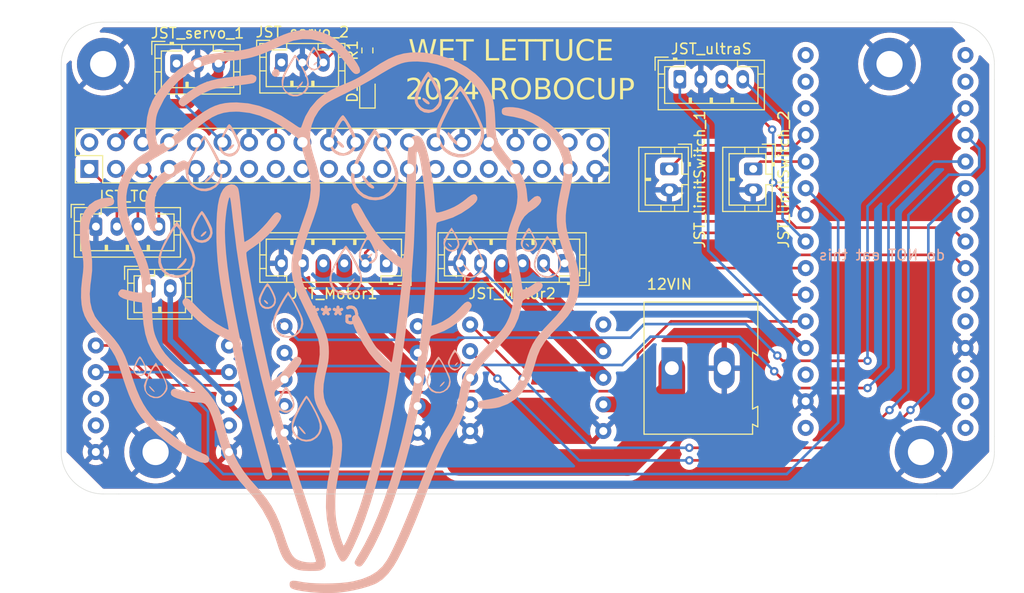
<source format=kicad_pcb>
(kicad_pcb (version 20221018) (generator pcbnew)
  (layers (0 "F.Cu" signal) (1 "In1.Cu" power) (2 "In2.Cu" power) (31 "B.Cu" signal) (34 "B.Paste" user) (35 "F.Paste" user) (36 "B.SilkS" user "B.Silkscreen") (37 "F.SilkS" user "F.Silkscreen") (38 "B.Mask" user) (39 "F.Mask" user) (44 "Edge.Cuts" user))
  (net 0 "")
  (net 1 "Net-(12VIN1-Pin_1)")
  (net 2 "Net-(J4-Pin_1)")
  (net 3 "Net-(J4-Pin_2)")
  (net 4 "Net-(J4-Pin_3)")
  (net 5 "Net-(J4-Pin_5)")
  (net 10 "Net-(J4-Pin_12)")
  (net 12 "Net-(J4-Pin_16)")
  (net 35 "Net-(JST_limitSwitch_3-Pin_1)")
  (net 36 "Net-(JST_limitSwitch_4-Pin_1)")
  (net 37 "Net-(JST_microMotor2-Pin_1)")
  (net 38 "Net-(JST_microMotor2-Pin_2)")
  (net 39 "Net-(JST_ultraS2-Pin_3)")
  (net 40 "Net-(JST_ultraS2-Pin_4)")
  (net 42 "Net-(U1-D7)")
  (net 43 "Net-(U1-D8)")
  (net 44 "Net-(U1-~D9)")
  (net 45 "Net-(U1-~D10)")
  (net 46 "Net-(U1-A2{slash}D16~)")
  (net 62 "Net-(U1-A7{slash}D21)")
  (net 67 "+5V")
  (net 68 "Net-(JST_Motor1-Pin_1)")
  (net 69 "Net-(JST_Motor1-Pin_2)")
  (net 70 "Net-(JST_Motor1-Pin_3)")
  (net 71 "Net-(JST_Motor1-Pin_4)")
  (net 72 "Net-(JST_Motor2-Pin_1)")
  (net 73 "Net-(JST_Motor2-Pin_2)")
  (net 74 "Net-(JST_Motor2-Pin_3)")
  (net 75 "Net-(JST_Motor2-Pin_4)")
  (net 76 "Net-(D1-A)")
  (net 77 "GND")
  (footprint "Library:MAX14870" (layer "F.Cu") (at 43.65 48.84)
    (fp_text reference "U4" hide)
    (fp_text value "~")
    (pad "1" thru_hole circle (at -6.35 5) (size 1.524 1.524) (drill 0.762) (layers "*.Cu" "*.Mask") (net 62 "Net-(U1-A7{slash}D21)"))
    (pad "2" thru_hole circle (at 6.35 5) (size 1.524 1.524) (drill 0.762) (layers "*.Cu" "*.Mask"))
    (pad "3" thru_hole circle (at -6.35 7.54) (size 1.524 1.524) (drill 0.762) (layers "*.Cu" "*.Mask") (net 46 "Net-(U1-A2{slash}D16~)"))
    (pad "4" thru_hole circle (at 6.35 7.54) (size 1.524 1.524) (drill 0.762) (layers "*.Cu" "*.Mask") (net 37 "Net-(JST_microMotor2-Pin_1)"))
    (pad "5" thru_hole circle (at -6.35 10.08) (size 1.524 1.524) (drill 0.762) (layers "*.Cu" "*.Mask"))
    (pad "6" thru_hole circle (at 6.35 10.08) (size 1.524 1.524) (drill 0.762) (layers "*.Cu" "*.Mask") (net 38 "Net-(JST_microMotor2-Pin_2)"))
    (pad "7" thru_hole circle (at -6.35 12.62) (size 1.524 1.524) (drill 0.762) (layers "*.Cu" "*.Mask"))
    (pad "8" thru_hole circle (at 6.35 12.62) (size 1.524 1.524) (drill 0.762) (layers "*.Cu" "*.Mask") (net 1 "Net-(12VIN1-Pin_1)"))
    (pad "9" thru_hole circle (at -6.35 15.16) (size 1.524 1.524) (drill 0.762) (layers "*.Cu" "*.Mask") (net 77 "GND"))
    (pad "10" thru_hole circle (at 6.35 15.16) (size 1.524 1.524) (drill 0.762) (layers "*.Cu" "*.Mask") (net 77 "GND"))
  )
  (footprint "Connector_JST:JST_PH_B2B-PH-K_1x02_P2.00mm_Vertical" (layer "F.Cu") (at 42.4 48.4)
    (fp_text reference "JST_microMotor2" hide)
    (fp_text value "Conn_01x02" hide)
    (pad "1" thru_hole roundrect (at 0 0) (size 1.2 1.75) (drill 0.75) (layers "*.Cu" "*.Mask") (roundrect_rratio 0.2083333333) (net 37 "Net-(JST_microMotor2-Pin_1)"))
    (pad "2" thru_hole oval (at 2 0) (size 1.2 1.75) (drill 0.75) (layers "*.Cu" "*.Mask") (net 38 "Net-(JST_microMotor2-Pin_2)"))
  )
  (footprint "Connector_JST:JST_PH_B2B-PH-K_1x02_P2.00mm_Vertical" (layer "F.Cu") (at 92 37 -90)
    (fp_text reference "JST_limitSwitch_1" (at 1 -2.9 90) (layer "F.SilkS"))
    (fp_text value "Conn_01x02")
    (pad "1" thru_hole roundrect (at 0 0 270) (size 1.2 1.75) (drill 0.75) (layers "*.Cu" "*.Mask") (roundrect_rratio 0.2083333333) (net 36 "Net-(JST_limitSwitch_4-Pin_1)"))
    (pad "2" thru_hole oval (at 2 0 270) (size 1.2 1.75) (drill 0.75) (layers "*.Cu" "*.Mask") (net 77 "GND"))
  )
  (footprint "MountingHole:MountingHole_2.5mm_Pad" (layer "F.Cu") (at 43 64)
    (fp_text reference "REF**" hide)
    (fp_text value "MountingHole_2.5mm_Pad")
    (pad "1" thru_hole circle (at 0 0) (size 5 5) (drill 2.5) (layers "*.Cu" "*.Mask") (net 77 "GND"))
  )
  (footprint "Library:MAX14870" (layer "F.Cu") (at 79.35 46.84)
    (fp_text reference "U3" hide)
    (fp_text value "~" hide)
    (pad "1" thru_hole circle (at -6.35 5) (size 1.524 1.524) (drill 0.762) (layers "*.Cu" "*.Mask") (net 44 "Net-(U1-~D9)"))
    (pad "2" thru_hole circle (at 6.35 5) (size 1.524 1.524) (drill 0.762) (layers "*.Cu" "*.Mask"))
    (pad "3" thru_hole circle (at -6.35 7.54) (size 1.524 1.524) (drill 0.762) (layers "*.Cu" "*.Mask") (net 42 "Net-(U1-D7)"))
    (pad "4" thru_hole circle (at 6.35 7.54) (size 1.524 1.524) (drill 0.762) (layers "*.Cu" "*.Mask") (net 74 "Net-(JST_Motor2-Pin_3)"))
    (pad "5" thru_hole circle (at -6.35 10.08) (size 1.524 1.524) (drill 0.762) (layers "*.Cu" "*.Mask"))
    (pad "6" thru_hole circle (at 6.35 10.08) (size 1.524 1.524) (drill 0.762) (layers "*.Cu" "*.Mask") (net 75 "Net-(JST_Motor2-Pin_4)"))
    (pad "7" thru_hole circle (at -6.35 12.62) (size 1.524 1.524) (drill 0.762) (layers "*.Cu" "*.Mask"))
    (pad "8" thru_hole circle (at 6.35 12.62) (size 1.524 1.524) (drill 0.762) (layers "*.Cu" "*.Mask") (net 1 "Net-(12VIN1-Pin_1)"))
    (pad "9" thru_hole circle (at -6.35 15.16) (size 1.524 1.524) (drill 0.762) (layers "*.Cu" "*.Mask") (net 77 "GND"))
    (pad "10" thru_hole circle (at 6.35 15.16) (size 1.524 1.524) (drill 0.762) (layers "*.Cu" "*.Mask") (net 77 "GND"))
  )
  (footprint "Connector_JST:JST_PH_B4B-PH-K_1x04_P2.00mm_Vertical" (layer "F.Cu") (at 37.31 42.5)
    (fp_text reference "JST_TOF" (at 3 -2.9) (layer "F.SilkS"))
    (fp_text value "Conn_01x04")
    (pad "1" thru_hole roundrect (at 0 0) (size 1.2 1.75) (drill 0.75) (layers "*.Cu" "*.Mask") (roundrect_rratio 0.2083333333) (net 77 "GND"))
    (pad "2" thru_hole oval (at 2 0) (size 1.2 1.75) (drill 0.75) (layers "*.Cu" "*.Mask") (net 2 "Net-(J4-Pin_1)"))
    (pad "3" thru_hole oval (at 4 0) (size 1.2 1.75) (drill 0.75) (layers "*.Cu" "*.Mask") (net 4 "Net-(J4-Pin_3)"))
    (pad "4" thru_hole oval (at 6 0) (size 1.2 1.75) (drill 0.75) (layers "*.Cu" "*.Mask") (net 5 "Net-(J4-Pin_5)"))
  )
  (footprint "MountingHole:MountingHole_2.5mm_Pad" (layer "F.Cu") (at 116 64)
    (fp_text reference "REF**" hide)
    (fp_text value "MountingHole_2.5mm_Pad")
    (pad "1" thru_hole circle (at 0 0) (size 5 5) (drill 2.5) (layers "*.Cu" "*.Mask") (net 77 "GND"))
  )
  (footprint "Connector_JST:JST_PH_B3B-PH-K_1x03_P2.00mm_Vertical" (layer "F.Cu") (at 45 26.95)
    (fp_text reference "JST_servo_1" (at 2 -2.9) (layer "F.SilkS"))
    (fp_text value "~")
    (pad "1" thru_hole roundrect (at 0 0) (size 1.2 1.75) (drill 0.75) (layers "*.Cu" "*.Mask") (roundrect_rratio 0.2083333333) (net 10 "Net-(J4-Pin_12)"))
    (pad "2" thru_hole oval (at 2 0) (size 1.2 1.75) (drill 0.75) (layers "*.Cu" "*.Mask") (net 77 "GND"))
    (pad "3" thru_hole oval (at 4 0) (size 1.2 1.75) (drill 0.75) (layers "*.Cu" "*.Mask") (net 3 "Net-(J4-Pin_2)"))
  )
  (footprint "MountingHole:MountingHole_2.5mm_Pad" (layer "F.Cu") (at 113 27)
    (fp_text reference "REF**" hide)
    (fp_text value "MountingHole_2.5mm_Pad")
    (pad "1" thru_hole circle (at 0 0) (size 5 5) (drill 2.5) (layers "*.Cu" "*.Mask") (net 77 "GND"))
  )
  (footprint "Library:Arduino" (layer "F.Cu") (at 112.62 21.14)
    (fp_text reference "U1" hide)
    (fp_text value "~")
    (pad "1" thru_hole circle (at -7.62 5) (size 1.524 1.524) (drill 0.762) (layers "*.Cu" "*.Mask"))
    (pad "2" thru_hole circle (at 7.62 5) (size 1.524 1.524) (drill 0.762) (layers "*.Cu" "*.Mask"))
    (pad "3" thru_hole circle (at -7.62 7.54) (size 1.524 1.524) (drill 0.762) (layers "*.Cu" "*.Mask"))
    (pad "4" thru_hole circle (at 7.62 7.54) (size 1.524 1.524) (drill 0.762) (layers "*.Cu" "*.Mask"))
    (pad "5" thru_hole circle (at -7.62 10.08) (size 1.524 1.524) (drill 0.762) (layers "*.Cu" "*.Mask"))
    (pad "6" thru_hole circle (at 7.62 10.08) (size 1.524 1.524) (drill 0.762) (layers "*.Cu" "*.Mask") (net 45 "Net-(U1-~D10)"))
    (pad "7" thru_hole circle (at -7.62 12.62) (size 1.524 1.524) (drill 0.762) (layers "*.Cu" "*.Mask") (net 36 "Net-(JST_limitSwitch_4-Pin_1)"))
    (pad "8" thru_hole circle (at 7.62 12.62) (size 1.524 1.524) (drill 0.762) (layers "*.Cu" "*.Mask") (net 44 "Net-(U1-~D9)"))
    (pad "9" thru_hole circle (at -7.62 15.16) (size 1.524 1.524) (drill 0.762) (layers "*.Cu" "*.Mask") (net 35 "Net-(JST_limitSwitch_3-Pin_1)"))
    (pad "10" thru_hole circle (at 7.62 15.16) (size 1.524 1.524) (drill 0.762) (layers "*.Cu" "*.Mask") (net 43 "Net-(U1-D8)"))
    (pad "11" thru_hole circle (at -7.62 17.7) (size 1.524 1.524) (drill 0.762) (layers "*.Cu" "*.Mask") (net 46 "Net-(U1-A2{slash}D16~)"))
    (pad "12" thru_hole circle (at 7.62 17.7) (size 1.524 1.524) (drill 0.762) (layers "*.Cu" "*.Mask") (net 42 "Net-(U1-D7)"))
    (pad "13" thru_hole circle (at -7.62 20.24) (size 1.524 1.524) (drill 0.762) (layers "*.Cu" "*.Mask") (net 39 "Net-(JST_ultraS2-Pin_3)"))
    (pad "14" thru_hole circle (at 7.62 20.24) (size 1.524 1.524) (drill 0.762) (layers "*.Cu" "*.Mask"))
    (pad "15" thru_hole circle (at -7.62 22.78) (size 1.524 1.524) (drill 0.762) (layers "*.Cu" "*.Mask") (net 40 "Net-(JST_ultraS2-Pin_4)"))
    (pad "16" thru_hole circle (at 7.62 22.78) (size 1.524 1.524) (drill 0.762) (layers "*.Cu" "*.Mask") (net 69 "Net-(JST_Motor1-Pin_2)"))
    (pad "17" thru_hole circle (at -7.62 25.32) (size 1.524 1.524) (drill 0.762) (layers "*.Cu" "*.Mask") (net 72 "Net-(JST_Motor2-Pin_1)"))
    (pad "18" thru_hole circle (at 7.62 25.32) (size 1.524 1.524) (drill 0.762) (layers "*.Cu" "*.Mask") (net 68 "Net-(JST_Motor1-Pin_1)"))
    (pad "19" thru_hole circle (at -7.62 27.86) (size 1.524 1.524) (drill 0.762) (layers "*.Cu" "*.Mask") (net 73 "Net-(JST_Motor2-Pin_2)"))
    (pad "20" thru_hole circle (at 7.62 27.86) (size 1.524 1.524) (drill 0.762) (layers "*.Cu" "*.Mask"))
    (pad "21" thru_hole circle (at -7.62 30.4) (size 1.524 1.524) (drill 0.762) (layers "*.Cu" "*.Mask") (net 62 "Net-(U1-A7{slash}D21)"))
    (pad "22" thru_hole circle (at 7.62 30.4) (size 1.524 1.524) (drill 0.762) (layers "*.Cu" "*.Mask"))
    (pad "23" thru_hole circle (at -7.62 32.94) (size 1.524 1.524) (drill 0.762) (layers "*.Cu" "*.Mask") (net 67 "+5V"))
    (pad "24" thru_hole circle (at 7.62 32.94) (size 1.524 1.524) (drill 0.762) (layers "*.Cu" "*.Mask") (net 77 "GND"))
    (pad "25" thru_hole circle (at -7.62 35.48) (size 1.524 1.524) (drill 0.762) (layers "*.Cu" "*.Mask"))
    (pad "26" thru_hole circle (at 7.62 35.48) (size 1.524 1.524) (drill 0.762) (layers "*.Cu" "*.Mask"))
    (pad "27" thru_hole circle (at -7.62 38.02) (size 1.524 1.524) (drill 0.762) (layers "*.Cu" "*.Mask") (net 77 "GND"))
    (pad "28" thru_hole circle (at 7.62 38.02) (size 1.524 1.524) (drill 0.762) (layers "*.Cu" "*.Mask"))
    (pad "29" thru_hole circle (at -7.62 40.56) (size 1.524 1.524) (drill 0.762) (layers "*.Cu" "*.Mask"))
    (pad "30" thru_hole circle (at 7.62 40.56) (size 1.524 1.524) (drill 0.762) (layers "*.Cu" "*.Mask"))
  )
  (footprint "TerminalBlock:TerminalBlock_Altech_AK300-2_P5.00mm" (layer "F.Cu") (at 92.235 56)
    (fp_text reference "12VIN" (at -0.235 -8) (layer "F.SilkS"))
    (fp_text value "Screw_Terminal_01x02")
    (pad "1" thru_hole rect (at 0 0) (size 1.98 3.96) (drill 1.32) (layers "*.Cu" "*.Mask") (net 1 "Net-(12VIN1-Pin_1)"))
    (pad "2" thru_hole oval (at 5 0) (size 1.98 3.96) (drill 1.32) (layers "*.Cu" "*.Mask") (net 77 "GND"))
  )
  (footprint "Resistor_SMD:R_0603_1608Metric" (layer "F.Cu") (at 63.2 25.7 90)
    (fp_text reference "R1" (at 0 -1.43 90) (layer "F.SilkS"))
    (fp_text value "10k")
    (pad "1" smd roundrect (at -0.825 0 90) (size 0.8 0.95) (layers "F.Cu" "F.Paste" "F.Mask") (net 76 "Net-(D1-A)"))
    (pad "2" smd roundrect (at 0.825 0 90) (size 0.8 0.95) (layers "F.Cu" "F.Paste" "F.Mask") (net 3 "Net-(J4-Pin_2)"))
  )
  (footprint "Connector_JST:JST_PH_B3B-PH-K_1x03_P2.00mm_Vertical" (layer "F.Cu") (at 55 26.85)
    (fp_text reference "JST_servo_2" (at 2 -2.9) (layer "F.SilkS"))
    (fp_text value "~" hide)
    (pad "1" thru_hole roundrect (at 0 0) (size 1.2 1.75) (drill 0.75) (layers "*.Cu" "*.Mask") (roundrect_rratio 0.2083333333) (net 12 "Net-(J4-Pin_16)"))
    (pad "2" thru_hole oval (at 2 0) (size 1.2 1.75) (drill 0.75) (layers "*.Cu" "*.Mask") (net 77 "GND"))
    (pad "3" thru_hole oval (at 4 0) (size 1.2 1.75) (drill 0.75) (layers "*.Cu" "*.Mask") (net 3 "Net-(J4-Pin_2)"))
  )
  (footprint "Connector_JST:JST_PH_B6B-PH-K_1x06_P2.00mm_Vertical" (layer "F.Cu") (at 82 46 180)
    (fp_text reference "JST_Motor2" (at 5 -2.9) (layer "F.SilkS"))
    (fp_text value "Conn_01x06")
    (pad "1" thru_hole roundrect (at 0 0 180) (size 1.2 1.75) (drill 0.75) (layers "*.Cu" "*.Mask") (roundrect_rratio 0.2083333333) (net 72 "Net-(JST_Motor2-Pin_1)"))
    (pad "2" thru_hole oval (at 2 0 180) (size 1.2 1.75) (drill 0.75) (layers "*.Cu" "*.Mask") (net 73 "Net-(JST_Motor2-Pin_2)"))
    (pad "3" thru_hole oval (at 4 0 180) (size 1.2 1.75) (drill 0.75) (layers "*.Cu" "*.Mask") (net 74 "Net-(JST_Motor2-Pin_3)"))
    (pad "4" thru_hole oval (at 6 0 180) (size 1.2 1.75) (drill 0.75) (layers "*.Cu" "*.Mask") (net 75 "Net-(JST_Motor2-Pin_4)"))
    (pad "5" thru_hole oval (at 8 0 180) (size 1.2 1.75) (drill 0.75) (layers "*.Cu" "*.Mask") (net 67 "+5V"))
    (pad "6" thru_hole oval (at 10 0 180) (size 1.2 1.75) (drill 0.75) (layers "*.Cu" "*.Mask") (net 77 "GND"))
  )
  (footprint "Connector_PinHeader_2.54mm:PinHeader_2x20_P2.54mm_Vertical" (layer "F.Cu") (at 36.68 37 90)
    (fp_text reference "J4" hide)
    (fp_text value "Conn_02x20_Odd_Even")
    (pad "1" thru_hole rect (at 0 0 90) (size 1.7 1.7) (drill 1) (layers "*.Cu" "*.Mask") (net 2 "Net-(J4-Pin_1)"))
    (pad "2" thru_hole oval (at 2.54 0 90) (size 1.7 1.7) (drill 1) (layers "*.Cu" "*.Mask") (net 3 "Net-(J4-Pin_2)"))
    (pad "3" thru_hole oval (at 0 2.54 90) (size 1.7 1.7) (drill 1) (layers "*.Cu" "*.Mask") (net 4 "Net-(J4-Pin_3)"))
    (pad "4" thru_hole oval (at 2.54 2.54 90) (size 1.7 1.7) (drill 1) (layers "*.Cu" "*.Mask") (net 3 "Net-(J4-Pin_2)"))
    (pad "5" thru_hole oval (at 0 5.08 90) (size 1.7 1.7) (drill 1) (layers "*.Cu" "*.Mask") (net 5 "Net-(J4-Pin_5)"))
    (pad "6" thru_hole oval (at 2.54 5.08 90) (size 1.7 1.7) (drill 1) (layers "*.Cu" "*.Mask") (net 77 "GND"))
    (pad "7" thru_hole oval (at 0 7.62 90) (size 1.7 1.7) (drill 1) (layers "*.Cu" "*.Mask"))
    (pad "8" thru_hole oval (at 2.54 7.62 90) (size 1.7 1.7) (drill 1) (layers "*.Cu" "*.Mask"))
    (pad "9" thru_hole oval (at 0 10.16 90) (size 1.7 1.7) (drill 1) (layers "*.Cu" "*.Mask") (net 77 "GND"))
    (pad "10" thru_hole oval (at 2.54 10.16 90) (size 1.7 1.7) (drill 1) (layers "*.Cu" "*.Mask"))
    (pad "11" thru_hole oval (at 0 12.7 90) (size 1.7 1.7) (drill 1) (layers "*.Cu" "*.Mask"))
    (pad "12" thru_hole oval (at 2.54 12.7 90) (size 1.7 1.7) (drill 1) (layers "*.Cu" "*.Mask") (net 10 "Net-(J4-Pin_12)"))
    (pad "13" thru_hole oval (at 0 15.24 90) (size 1.7 1.7) (drill 1) (layers "*.Cu" "*.Mask"))
    (pad "14" thru_hole oval (at 2.54 15.24 90) (size 1.7 1.7) (drill 1) (layers "*.Cu" "*.Mask") (net 77 "GND"))
    (pad "15" thru_hole oval (at 0 17.78 90) (size 1.7 1.7) (drill 1) (layers "*.Cu" "*.Mask"))
    (pad "16" thru_hole oval (at 2.54 17.78 90) (size 1.7 1.7) (drill 1) (layers "*.Cu" "*.Mask") (net 12 "Net-(J4-Pin_16)"))
    (pad "17" thru_hole oval (at 0 20.32 90) (size 1.7 1.7) (drill 1) (layers "*.Cu" "*.Mask"))
    (pad "18" thru_hole oval (at 2.54 20.32 90) (size 1.7 1.7) (drill 1) (layers "*.Cu" "*.Mask"))
    (pad "19" thru_hole oval (at 0 22.86 90) (size 1.7 1.7) (drill 1) (layers "*.Cu" "*.Mask"))
    (pad "20" thru_hole oval (at 2.54 22.86 90) (size 1.7 1.7) (drill 1) (layers "*.Cu" "*.Mask") (net 77 "GND"))
    (pad "21" thru_hole oval (at 0 25.4 90) (size 1.7 1.7) (drill 1) (layers "*.Cu" "*.Mask"))
    (pad "22" thru_hole oval (at 2.54 25.4 90) (size 1.7 1.7) (drill 1) (layers "*.Cu" "*.Mask"))
    (pad "23" thru_hole oval (at 0 27.94 90) (size 1.7 1.7) (drill 1) (layers "*.Cu" "*.Mask"))
    (pad "24" thru_hole oval (at 2.54 27.94 90) (size 1.7 1.7) (drill 1) (layers "*.Cu" "*.Mask"))
    (pad "25" thru_hole oval (at 0 30.48 90) (size 1.7 1.7) (drill 1) (layers "*.Cu" "*.Mask") (net 77 "GND"))
    (pad "26" thru_hole oval (at 2.54 30.48 90) (size 1.7 1.7) (drill 1) (layers "*.Cu" "*.Mask"))
    (pad "27" thru_hole oval (at 0 33.02 90) (size 1.7 1.7) (drill 1) (layers "*.Cu" "*.Mask"))
    (pad "28" thru_hole oval (at 2.54 33.02 90) (size 1.7 1.7) (drill 1) (layers "*.Cu" "*.Mask"))
    (pad "29" thru_hole oval (at 0 35.56 90) (size 1.7 1.7) (drill 1) (layers "*.Cu" "*.Mask"))
    (pad "30" thru_hole oval (at 2.54 35.56 90) (size 1.7 1.7) (drill 1) (layers "*.Cu" "*.Mask") (net 77 "GND"))
    (pad "31" thru_hole oval (at 0 38.1 90) (size 1.7 1.7) (drill 1) (layers "*.Cu" "*.Mask"))
    (pad "32" thru_hole oval (at 2.54 38.1 90) (size 1.7 1.7) (drill 1) (layers "*.Cu" "*.Mask"))
    (pad "33" thru_hole oval (at 0 40.64 90) (size 1.7 1.7) (drill 1) (layers "*.Cu" "*.Mask"))
    (pad "34" thru_hole oval (at 2.54 40.64 90) (size 1.7 1.7) (drill 1) (layers "*.Cu" "*.Mask") (net 77 "GND"))
    (pad "35" thru_hole oval (at 0 43.18 90) (size 1.7 1.7) (drill 1) (layers "*.Cu" "*.Mask"))
    (pad "36" thru_hole oval (at 2.54 43.18 90) (size 1.7 1.7) (drill 1) (layers "*.Cu" "*.Mask"))
    (pad "37" thru_hole oval (at 0 45.72 90) (size 1.7 1.7) (drill 1) (layers "*.Cu" "*.Mask"))
    (pad "38" thru_hole oval (at 2.54 45.72 90) (size 1.7 1.7) (drill 1) (layers "*.Cu" "*.Mask"))
    (pad "39" thru_hole oval (at 0 48.26 90) (size 1.7 1.7) (drill 1) (layers "*.Cu" "*.Mask") (net 77 "GND"))
    (pad "40" thru_hole oval (at 2.54 48.26 90) (size 1.7 1.7) (drill 1) (layers "*.Cu" "*.Mask"))
  )
  (footprint "Connector_JST:JST_PH_B4B-PH-K_1x04_P2.00mm_Vertical" (layer "F.Cu") (at 93 28.45)
    (fp_text reference "JST_ultraS" (at 3 -2.9) (layer "F.SilkS"))
    (fp_text value "Conn_01x04")
    (pad "1" thru_hole roundrect (at 0 0) (size 1.2 1.75) (drill 0.75) (layers "*.Cu" "*.Mask") (roundrect_rratio 0.2083333333) (net 67 "+5V"))
    (pad "2" thru_hole oval (at 2 0) (size 1.2 1.75) (drill 0.75) (layers "*.Cu" "*.Mask") (net 77 "GND"))
    (pad "3" thru_hole oval (at 4 0) (size 1.2 1.75) (drill 0.75) (layers "*.Cu" "*.Mask") (net 39 "Net-(JST_ultraS2-Pin_3)"))
    (pad "4" thru_hole oval (at 6 0) (size 1.2 1.75) (drill 0.75) (layers "*.Cu" "*.Mask") (net 40 "Net-(JST_ultraS2-Pin_4)"))
  )
  (footprint "MountingHole:MountingHole_2.5mm_Pad" (layer "F.Cu") (at 38 27)
    (fp_text reference "REF**" hide)
    (fp_text value "MountingHole_2.5mm_Pad")
    (pad "1" thru_hole circle (at 0 0) (size 5 5) (drill 2.5) (layers "*.Cu" "*.Mask") (net 77 "GND"))
  )
  (footprint "LED_SMD:LED_0603_1608Metric" (layer "F.Cu") (at 63.2 29.7125 90)
    (fp_text reference "D1" (at 0 -1.43 90) (layer "F.SilkS"))
    (fp_text value "LED")
    (pad "1" smd roundrect (at -0.7875 0 90) (size 0.875 0.95) (layers "F.Cu" "F.Paste" "F.Mask") (net 77 "GND"))
    (pad "2" smd roundrect (at 0.7875 0 90) (size 0.875 0.95) (layers "F.Cu" "F.Paste" "F.Mask") (net 76 "Net-(D1-A)"))
  )
  (footprint "Connector_JST:JST_PH_B6B-PH-K_1x06_P2.00mm_Vertical" (layer "F.Cu") (at 65 46 180)
    (fp_text reference "JST_Motor1" (at 5 -2.9) (layer "F.SilkS"))
    (fp_text value "Conn_01x06")
    (pad "1" thru_hole roundrect (at 0 0 180) (size 1.2 1.75) (drill 0.75) (layers "*.Cu" "*.Mask") (roundrect_rratio 0.2083333333) (net 68 "Net-(JST_Motor1-Pin_1)"))
    (pad "2" thru_hole oval (at 2 0 180) (size 1.2 1.75) (drill 0.75) (layers "*.Cu" "*.Mask") (net 69 "Net-(JST_Motor1-Pin_2)"))
    (pad "3" thru_hole oval (at 4 0 180) (size 1.2 1.75) (drill 0.75) (layers "*.Cu" "*.Mask") (net 70 "Net-(JST_Motor1-Pin_3)"))
    (pad "4" thru_hole oval (at 6 0 180) (size 1.2 1.75) (drill 0.75) (layers "*.Cu" "*.Mask") (net 71 "Net-(JST_Motor1-Pin_4)"))
    (pad "5" thru_hole oval (at 8 0 180) (size 1.2 1.75) (drill 0.75) (layers "*.Cu" "*.Mask") (net 67 "+5V"))
    (pad "6" thru_hole oval (at 10 0 180) (size 1.2 1.75) (drill 0.75) (layers "*.Cu" "*.Mask") (net 77 "GND"))
  )
  (footprint "Connector_JST:JST_PH_B2B-PH-K_1x02_P2.00mm_Vertical" (layer "F.Cu") (at 100 37 -90)
    (fp_text reference "JST_limitSwitch_2" (at 1 -2.9 90) (layer "F.SilkS"))
    (fp_text value "Conn_01x02")
    (pad "1" thru_hole roundrect (at 0 0 270) (size 1.2 1.75) (drill 0.75) (layers "*.Cu" "*.Mask") (roundrect_rratio 0.2083333333) (net 35 "Net-(JST_limitSwitch_3-Pin_1)"))
    (pad "2" thru_hole oval (at 2 0 270) (size 1.2 1.75) (drill 0.75) (layers "*.Cu" "*.Mask") (net 77 "GND"))
  )
  (footprint "Library:MAX14870" (layer "F.Cu") (at 61.65 47)
    (fp_text reference "U2" hide)
    (fp_text value "~" hide)
    (pad "1" thru_hole circle (at -6.35 5) (size 1.524 1.524) (drill 0.762) (layers "*.Cu" "*.Mask") (net 45 "Net-(U1-~D10)"))
    (pad "2" thru_hole circle (at 6.35 5) (size 1.524 1.524) (drill 0.762) (layers "*.Cu" "*.Mask"))
    (pad "3" thru_hole circle (at -6.35 7.54) (size 1.524 1.524) (drill 0.762) (layers "*.Cu" "*.Mask") (net 43 "Net-(U1-D8)"))
    (pad "4" thru_hole circle (at 6.35 7.54) (size 1.524 1.524) (drill 0.762) (layers "*.Cu" "*.Mask") (net 70 "Net-(JST_Motor1-Pin_3)"))
    (pad "5" thru_hole circle (at -6.35 10.08) (size 1.524 1.524) (drill 0.762) (layers "*.Cu" "*.Mask"))
    (pad "6" thru_hole circle (at 6.35 10.08) (size 1.524 1.524) (drill 0.762) (layers "*.Cu" "*.Mask") (net 71 "Net-(JST_Motor1-Pin_4)"))
    (pad "7" thru_hole circle (at -6.35 12.62) (size 1.524 1.524) (drill 0.762) (layers "*.Cu" "*.Mask"))
    (pad "8" thru_hole circle (at 6.35 12.62) (size 1.524 1.524) (drill 0.762) (layers "*.Cu" "*.Mask") (net 1 "Net-(12VIN1-Pin_1)"))
    (pad "9" thru_hole circle (at -6.35 15.16) (size 1.524 1.524) (drill 0.762) (layers "*.Cu" "*.Mask") (net 77 "GND"))
    (pad "10" thru_hole circle (at 6.35 15.16) (size 1.524 1.524) (drill 0.762) (layers "*.Cu" "*.Mask") (net 77 "GND"))
  )
  (footprint "LOGO" (layer "B.Cu") (at 60 51 180)
    (fp_text reference "G***" (at 0 0) (layer "B.SilkS") (effects (font (size 1.5 1.5) (thickness 0.3)) (justify mirror)))
    (fp_text value "LOGO" hide)
  )
  (gr_poly (pts (xy 91.5 58.75) (xy 91.5 57.25) (xy 90 58.75)) (stroke (width 0.2)) (fill solid) (layer "F.Cu"))
  (gr_poly (pts (xy 86.75 60) (xy 87.75 61) (xy 87.75 60)) (stroke (width 0.2)) (fill solid) (layer "F.Cu"))
  (gr_poly (pts (xy 87.75 62.83) (xy 86.75 63.83) (xy 87.75 63.83)) (stroke (width 0.2)) (fill solid) (layer "F.Cu"))
  (gr_poly (pts (xy 87.75 64.5) (xy 87.75 60) (xy 91.75 60) (xy 91.75 60.5)) (stroke (width 0.2)) (fill solid) (layer "F.Cu"))
  (gr_line (start 38 68) (end 39.5 68) (stroke (width 0.05)) (layer "Edge.Cuts"))
  (gr_arc (start 123 64) (mid 121.828427 66.828427) (end 119 68) (stroke (width 0.05)) (layer "Edge.Cuts"))
  (gr_line (start 39.5 23) (end 117.5 23) (stroke (width 0.05)) (layer "Edge.Cuts"))
  (gr_line (start 34 62.5) (end 34 28.5) (stroke (width 0.05)) (layer "Edge.Cuts"))
  (gr_line (start 119 23) (end 117.5 23) (stroke (width 0.05)) (layer "Edge.Cuts"))
  (gr_line (start 119 68) (end 117.5 68) (stroke (width 0.05)) (layer "Edge.Cuts"))
  (gr_arc (start 38 68) (mid 35.171573 66.828427) (end 34 64) (stroke (width 0.05)) (layer "Edge.Cuts"))
  (gr_line (start 123 28.5) (end 123 62.5) (stroke (width 0.05)) (layer "Edge.Cuts"))
  (gr_line (start 34 27) (end 34 28.5) (stroke (width 0.05)) (layer "Edge.Cuts"))
  (gr_arc (start 34 27) (mid 35.171573 24.171573) (end 38 23) (stroke (width 0.05)) (layer "Edge.Cuts"))
  (gr_line (start 38 23) (end 39.5 23) (stroke (width 0.05)) (layer "Edge.Cuts"))
  (gr_line (start 123 28.5) (end 123 27) (stroke (width 0.05)) (layer "Edge.Cuts"))
  (gr_line (start 123 62.5) (end 123 64) (stroke (width 0.05)) (layer "Edge.Cuts"))
  (gr_line (start 34 62.5) (end 34 64) (stroke (width 0.05)) (layer "Edge.Cuts"))
  (gr_line (start 117.5 68) (end 39.5 68) (stroke (width 0.05)) (layer "Edge.Cuts"))
  (gr_arc (start 119 23) (mid 121.828427 24.171573) (end 123 27) (stroke (width 0.05)) (layer "Edge.Cuts"))
  (gr_text "do NOT eat this" (at 118.4 45.8) (layer "B.SilkS") (effects (font (size 1 1)) (justify left bottom mirror)))
  (gr_text "2024 ROBOCUP" (at 66.8 30.7) (layer "F.SilkS") (effects (font (size 2 2)) (justify left bottom)))
  (gr_text "WET LETTUCE" (at 67.1 27) (layer "F.SilkS") (effects (font (size 2 2)) (justify left bottom)))
  (segment (start 85.7 59.46) (end 92.195 59.46) (width 1.4943) (layer "F.Cu") (net 1))
  (segment (start 72 65) (end 55.6 65) (width 0.525491) (layer "F.Cu") (net 1))
  (segment (start 92.235 56) (end 92.235 59.5) (width 2.53929) (layer "F.Cu") (net 1))
  (segment (start 72 65) (end 70.5 63.5) (width 1.4943) (layer "F.Cu") (net 1))
  (segment (start 92.235 59.5) (end 92.235 60.765) (width 2.53929) (layer "F.Cu") (net 1))
  (segment (start 70.5 63.5) (end 70.5 61.75) (width 1.4943) (layer "F.Cu") (net 1))
  (segment (start 68.37 59.62) (end 68 59.62) (width 1.4943) (layer "F.Cu") (net 1))
  (segment (start 70.5 61.75) (end 68.37 59.62) (width 1.4943) (layer "F.Cu") (net 1))
  (segment (start 55.6 65) (end 50.06 59.46) (width 0.525491) (layer "F.Cu") (net 1))
  (segment (start 92.235 60.765) (end 88 65) (width 2.53929) (layer "F.Cu") (net 1))
  (segment (start 92.235 56) (end 92.235 56.765) (width 0.25) (layer "F.Cu") (net 1))
  (segment (start 92.195 59.46) (end 92.235 59.5) (width 1.4943) (layer "F.Cu") (net 1))
  (segment (start 88 65) (end 72 65) (width 2.53929) (layer "F.Cu") (net 1))
  (segment (start 39.31 42.5) (end 39.31 39.63) (width 0.25) (layer "F.Cu") (net 2))
  (segment (start 39.31 39.63) (end 36.68 37) (width 0.25) (layer "F.Cu") (net 2))
  (segment (start 60.975 24.875) (end 59 26.85) (width 0.2) (layer "F.Cu") (net 3))
  (segment (start 51 25) (end 57.65 25) (width 0.9) (layer "F.Cu") (net 3))
  (segment (start 59 26.35) (end 59 26.85) (width 0.781437) (layer "F.Cu") (net 3))
  (segment (start 39.22 34.46) (end 42.9 30.78) (width 0.9) (layer "F.Cu") (net 3))
  (segment (start 46.22 30.78) (end 49 28) (width 0.9) (layer "F.Cu") (net 3))
  (segment (start 63.2 24.875) (end 60.975 24.875) (width 0.2) (layer "F.Cu") (net 3))
  (segment (start 42.9 30.78) (end 46.22 30.78) (width 0.9) (layer "F.Cu") (net 3))
  (segment (start 49.05 26.95) (end 51 25) (width 0.9) (layer "F.Cu") (net 3))
  (segment (start 57.65 25) (end 59 26.35) (width 0.9) (layer "F.Cu") (net 3))
  (segment (start 49 28) (end 49 26.95) (width 0.9) (layer "F.Cu") (net 3))
  (segment (start 49 26.95) (end 49.05 26.95) (width 0.781437) (layer "B.Cu") (net 3))
  (segment (start 41.31 39.09) (end 39.22 37) (width 0.25) (layer "F.Cu") (net 4))
  (segment (start 41.31 42.5) (end 41.31 39.09) (width 0.25) (layer "F.Cu") (net 4))
  (segment (start 43.31 42.5) (end 43.31 38.55) (width 0.25) (layer "F.Cu") (net 5))
  (segment (start 43.31 38.55) (end 41.76 37) (width 0.25) (layer "F.Cu") (net 5))
  (segment (start 45 30.08) (end 49.38 34.46) (width 0.25) (layer "B.Cu") (net 10))
  (segment (start 45 26.95) (end 45 30.08) (width 0.25) (layer "B.Cu") (net 10))
  (segment (start 49.36 34.46) (end 49.38 34.46) (width 0.25) (layer "B.Cu") (net 10))
  (segment (start 55 26.85) (end 54.46 27.39) (width 0.25) (layer "F.Cu") (net 12))
  (segment (start 54.46 27.39) (end 54.46 34.46) (width 0.25) (layer "F.Cu") (net 12))
  (segment (start 100 37) (end 100.7 36.3) (width 0.25) (layer "F.Cu") (net 35))
  (segment (start 100.7 36.3) (end 105 36.3) (width 0.25) (layer "F.Cu") (net 35))
  (segment (start 92 37) (end 94.25 34.75) (width 0.25) (layer "F.Cu") (net 36))
  (segment (start 94.25 34.75) (end 104.01 34.75) (width 0.25) (layer "F.Cu") (net 36))
  (segment (start 104.01 34.75) (end 105 33.76) (width 0.25) (layer "F.Cu") (net 36))
  (segment (start 50 56.38) (end 45.38 56.38) (width 0.525491) (layer "F.Cu") (net 37))
  (segment (start 45.38 56.38) (end 42.4 53.4) (width 0.525491) (layer "F.Cu") (net 37))
  (segment (start 42.4 53.4) (end 42.4 48.4) (width 0.525491) (layer "F.Cu") (net 37))
  (segment (start 50 58.92) (end 44.4 53.32) (width 0.525491) (layer "B.Cu") (net 38))
  (segment (start 44.4 53.32) (end 44.4 48.4) (width 0.525491) (layer "B.Cu") (net 38))
  (segment (start 97 28.45) (end 101.8 33.25) (width 0.25) (layer "F.Cu") (net 39))
  (segment (start 101.8 33.25) (end 101.75 33.2) (width 0.25) (layer "F.Cu") (net 39))
  (segment (start 101.9 38.3) (end 104.98 41.38) (width 0.25) (layer "F.Cu") (net 39))
  (segment (start 104.98 41.38) (end 105 41.38) (width 0.25) (layer "F.Cu") (net 39))
  (via (at 101.8 33.25) (size 0.8) (drill 0.4) (layers "F.Cu" "B.Cu") (net 39))
  (via (at 101.9 38.3) (size 0.8) (drill 0.4) (layers "F.Cu" "B.Cu") (net 39))
  (segment (start 101.9 33.35) (end 101.8 33.25) (width 0.25) (layer "B.Cu") (net 39))
  (segment (start 101.9 38.3) (end 101.9 33.35) (width 0.25) (layer "B.Cu") (net 39))
  (segment (start 99 28.45) (end 102.8 32.25) (width 0.25) (layer "B.Cu") (net 40))
  (segment (start 102.8 32.25) (end 102.8 41.72) (width 0.25) (layer "B.Cu") (net 40))
  (segment (start 102.8 41.72) (end 105 43.92) (width 0.25) (layer "B.Cu") (net 40))
  (segment (start 115 60) (end 110.2 64.8) (width 0.25) (layer "F.Cu") (net 42))
  (segment (start 75.6 56.98) (end 75.6 57) (width 0.25) (layer "F.Cu") (net 42))
  (segment (start 73 54.38) (end 75.6 56.98) (width 0.25) (layer "F.Cu") (net 42))
  (segment (start 75.6 57) (end 75.62 57) (width 0.25) (layer "F.Cu") (net 42))
  (segment (start 75.62 57) (end 75.62 57) (width 0.25) (layer "F.Cu") (net 42))
  (segment (start 110.2 64.8) (end 93.9 64.8) (width 0.25) (layer "F.Cu") (net 42))
  (via (at 93.9 64.8) (size 0.8) (drill 0.4) (layers "F.Cu" "B.Cu") (net 42))
  (via (at 115 60) (size 0.8) (drill 0.4) (layers "F.Cu" "B.Cu") (net 42))
  (via (at 75.6 57) (size 0.8) (drill 0.4) (layers "F.Cu" "B.Cu") (net 42))
  (segment (start 75.6 57) (end 83.4 64.8) (width 0.25) (layer "B.Cu") (net 42))
  (segment (start 116.7 42.38) (end 120.24 38.84) (width 0.25) (layer "B.Cu") (net 42))
  (segment (start 83.4 64.8) (end 93.9 64.8) (width 0.25) (layer "B.Cu") (net 42))
  (segment (start 115 60) (end 116.7 58.3) (width 0.25) (layer "B.Cu") (net 42))
  (segment (start 116.7 58.3) (end 116.7 42.38) (width 0.25) (layer "B.Cu") (net 42))
  (segment (start 103.6 57.9) (end 110.9 57.9) (width 0.25) (layer "F.Cu") (net 43))
  (segment (start 102 56.3) (end 103.6 57.9) (width 0.25) (layer "F.Cu") (net 43))
  (via (at 102 56.3) (size 0.8) (drill 0.4) (layers "F.Cu" "B.Cu") (net 43))
  (via (at 110.9 57.9) (size 0.8) (drill 0.4) (layers "F.Cu" "B.Cu") (net 43))
  (segment (start 98.7 53) (end 90.2 53) (width 0.25) (layer "B.Cu") (net 43))
  (segment (start 112.9 55.9) (end 112.9 40.6) (width 0.25) (layer "B.Cu") (net 43))
  (segment (start 117.2 36.3) (end 120.24 36.3) (width 0.25) (layer "B.Cu") (net 43))
  (segment (start 56.56 55.8) (end 55.3 54.54) (width 0.25) (layer "B.Cu") (net 43))
  (segment (start 72 55.7) (end 71.9 55.8) (width 0.25) (layer "B.Cu") (net 43))
  (segment (start 110.9 57.9) (end 112.9 55.9) (width 0.25) (layer "B.Cu") (net 43))
  (segment (start 87.5 55.7) (end 72 55.7) (width 0.25) (layer "B.Cu") (net 43))
  (segment (start 90.2 53) (end 87.5 55.7) (width 0.25) (layer "B.Cu") (net 43))
  (segment (start 71.9 55.8) (end 56.56 55.8) (width 0.25) (layer "B.Cu") (net 43))
  (segment (start 102 56.3) (end 98.7 53) (width 0.25) (layer "B.Cu") (net 43))
  (segment (start 112.9 40.6) (end 117.2 36.3) (width 0.25) (layer "B.Cu") (net 43))
  (segment (start 113 60) (end 109.4 63.6) (width 0.25) (layer "F.Cu") (net 44))
  (segment (start 78 56.84) (end 78 57) (width 0.25) (layer "F.Cu") (net 44))
  (segment (start 73 51.84) (end 78 56.84) (width 0.25) (layer "F.Cu") (net 44))
  (segment (start 109.4 63.6) (end 93.9 63.6) (width 0.25) (layer "F.Cu") (net 44))
  (via (at 93.9 63.6) (size 0.8) (drill 0.4) (layers "F.Cu" "B.Cu") (net 44))
  (via (at 113 60) (size 0.8) (drill 0.4) (layers "F.Cu" "B.Cu") (net 44))
  (via (at 78 57) (size 0.8) (drill 0.4) (layers "F.Cu" "B.Cu") (net 44))
  (segment (start 114.8 58.2) (end 114.8 41.4) (width 0.25) (layer "B.Cu") (net 44))
  (segment (start 78 57) (end 84.6 63.6) (width 0.25) (layer "B.Cu") (net 44))
  (segment (start 84.6 63.6) (end 93.9 63.6) (width 0.25) (layer "B.Cu") (net 44))
  (segment (start 121.55 36.8) (end 121.55 35.07) (width 0.25) (layer "B.Cu") (net 44))
  (segment (start 114.8 41.4) (end 118.65 37.55) (width 0.25) (layer "B.Cu") (net 44))
  (segment (start 118.65 37.55) (end 120.8 37.55) (width 0.25) (layer "B.Cu") (net 44))
  (segment (start 113 60) (end 114.8 58.2) (width 0.25) (layer "B.Cu") (net 44))
  (segment (start 120.8 37.55) (end 121.55 36.8) (width 0.25) (layer "B.Cu") (net 44))
  (segment (start 121.55 35.07) (end 120.24 33.76) (width 0.25) (layer "B.Cu") (net 44))
  (segment (start 110.7 55.3) (end 110.9 55.3) (width 0.25) (layer "F.Cu") (net 45))
  (segment (start 102.3 54.8) (end 102.8 55.3) (width 0.25) (layer "F.Cu") (net 45))
  (segment (start 102.8 55.3) (end 110.7 55.3) (width 0.25) (layer "F.Cu") (net 45))
  (via (at 110.9 55.3) (size 0.8) (drill 0.4) (layers "F.Cu" "B.Cu") (net 45))
  (via (at 102.3 54.8) (size 0.8) (drill 0.4) (layers "F.Cu" "B.Cu") (net 45))
  (segment (start 110.9 40.56) (end 120.24 31.22) (width 0.25) (layer "B.Cu") (net 45))
  (segment (start 56.6 53.3) (end 71.7 53.3) (width 0.25) (layer "B.Cu") (net 45))
  (segment (start 71.7 53.3) (end 71.9 53.1) (width 0.25) (layer "B.Cu") (net 45))
  (segment (start 88.3 53.1) (end 89.6 51.8) (width 0.25) (layer "B.Cu") (net 45))
  (segment (start 55.3 52) (end 56.6 53.3) (width 0.25) (layer "B.Cu") (net 45))
  (segment (start 89.6 51.8) (end 99.3 51.8) (width 0.25) (layer "B.Cu") (net 45))
  (segment (start 110.9 55.3) (end 110.9 40.56) (width 0.25) (layer "B.Cu") (net 45))
  (segment (start 99.3 51.8) (end 102.3 54.8) (width 0.25) (layer "B.Cu") (net 45))
  (segment (start 71.9 53.1) (end 88.3 53.1) (width 0.25) (layer "B.Cu") (net 45))
  (segment (start 108.1 41.94) (end 108.1 61.2) (width 0.25) (layer "B.Cu") (net 46))
  (segment (start 44.23 56.38) (end 37.3 56.38) (width 0.25) (layer "B.Cu") (net 46))
  (segment (start 105 38.84) (end 108.1 41.94) (width 0.25) (layer "B.Cu") (net 46))
  (segment (start 49.45 66.1) (end 48 64.65) (width 0.25) (layer "B.Cu") (net 46))
  (segment (start 103.2 66.1) (end 49.45 66.1) (width 0.25) (layer "B.Cu") (net 46))
  (segment (start 108.1 61.2) (end 103.2 66.1) (width 0.25) (layer "B.Cu") (net 46))
  (segment (start 48 64.65) (end 48 60.15) (width 0.25) (layer "B.Cu") (net 46))
  (segment (start 48 60.15) (end 44.23 56.38) (width 0.25) (layer "B.Cu") (net 46))
  (segment (start 89 54.7) (end 92.16 51.54) (width 0.25) (layer "F.Cu") (net 62))
  (segment (start 92.16 51.54) (end 105 51.54) (width 0.25) (layer "F.Cu") (net 62))
  (segment (start 53.7 58.3) (end 71.5 58.3) (width 0.25) (layer "F.Cu") (net 62))
  (segment (start 37.3 53.84) (end 39.36 53.84) (width 0.25) (layer "F.Cu") (net 62))
  (segment (start 71.6 58.2) (end 86.4 58.2) (width 0.25) (layer "F.Cu") (net 62))
  (segment (start 86.4 58.2) (end 89 55.6) (width 0.25) (layer "F.Cu") (net 62))
  (segment (start 71.5 58.3) (end 71.6 58.2) (width 0.25) (layer "F.Cu") (net 62))
  (segment (start 39.36 53.84) (end 43.16 57.64) (width 0.25) (layer "F.Cu") (net 62))
  (segment (start 53.04 57.64) (end 53.7 58.3) (width 0.25) (layer "F.Cu") (net 62))
  (segment (start 43.16 57.64) (end 53.04 57.64) (width 0.25) (layer "F.Cu") (net 62))
  (segment (start 89 55.6) (end 89 54.7) (width 0.25) (layer "F.Cu") (net 62))
  (segment (start 95.7 44.78) (end 105 54.08) (width 0.25) (layer "B.Cu") (net 67))
  (segment (start 93 30.2) (end 95.7 32.9) (width 0.25) (layer "B.Cu") (net 67))
  (segment (start 72.3 48.4) (end 74 46.7) (width 0.25) (layer "B.Cu") (net 67))
  (segment (start 74 46.5) (end 77.4 49.9) (width 0.25) (layer "B.Cu") (net 67))
  (segment (start 77.4 49.9) (end 100.82 49.9) (width 0.25) (layer "B.Cu") (net 67))
  (segment (start 100.82 49.9) (end 105 54.08) (width 0.25) (layer "B.Cu") (net 67))
  (segment (start 57 47.2) (end 58.2 48.4) (width 0.25) (layer "B.Cu") (net 67))
  (segment (start 74 46.7) (end 74 46) (width 0.25) (layer "B.Cu") (net 67))
  (segment (start 57 46) (end 57 47.2) (width 0.25) (layer "B.Cu") (net 67))
  (segment (start 93 28.45) (end 93 30.2) (width 0.25) (layer "B.Cu") (net 67))
  (segment (start 74 46) (end 74 46.5) (width 0.25) (layer "B.Cu") (net 67))
  (segment (start 95.7 32.9) (end 95.7 44.78) (width 0.25) (layer "B.Cu") (net 67))
  (segment (start 58.2 48.4) (end 72.3 48.4) (width 0.25) (layer "B.Cu") (net 67))
  (segment (start 103.9 45.2) (end 118.98 45.2) (width 0.25) (layer "F.Cu") (net 68))
  (segment (start 65 45) (end 66.9 43.1) (width 0.25) (layer "F.Cu") (net 68))
  (segment (start 118.98 45.2) (end 120.24 46.46) (width 0.25) (layer "F.Cu") (net 68))
  (segment (start 101.8 43.1) (end 103.9 45.2) (width 0.25) (layer "F.Cu") (net 68))
  (segment (start 66.9 43.1) (end 101.8 43.1) (width 0.25) (layer "F.Cu") (net 68))
  (segment (start 65 45) (end 65 46) (width 0.25) (layer "F.Cu") (net 68))
  (segment (start 63 45) (end 63 46) (width 0.25) (layer "F.Cu") (net 69))
  (segment (start 118.9 42.6) (end 120.22 43.92) (width 0.25) (layer "F.Cu") (net 69))
  (segment (start 66 42) (end 103.5 42) (width 0.25) (layer "F.Cu") (net 69))
  (segment (start 103.5 42) (end 104.1 42.6) (width 0.25) (layer "F.Cu") (net 69))
  (segment (start 120.22 43.92) (end 120.24 43.92) (width 0.25) (layer "F.Cu") (net 69))
  (segment (start 104.1 42.6) (end 118.9 42.6) (width 0.25) (layer "F.Cu") (net 69))
  (segment (start 63 45) (end 66 42) (width 0.25) (layer "F.Cu") (net 69))
  (segment (start 61 47.38) (end 61 46) (width 1.4943) (layer "F.Cu") (net 70))
  (segment (start 61 47.38) (end 68 54.38) (width 1.4943) (layer "F.Cu") (net 70))
  (segment (start 59 47.92) (end 68 56.92) (width 1.4943) (layer "F.Cu") (net 71))
  (segment (start 59 47.92) (end 59 46) (width 1.4943) (layer "F.Cu") (net 71))
  (segment (start 84.48 46) (end 82 46) (width 0.25) (layer "F.Cu") (net 72))
  (segment (start 84.94 46.46) (end 105 46.46) (width 0.25) (layer "F.Cu") (net 72))
  (segment (start 84.94 46.46) (end 84.48 46) (width 0.25) (layer "F.Cu") (net 72))
  (segment (start 80 46) (end 80.240256 46) (width 0.2) (layer "F.Cu") (net 73))
  (segment (start 105 49) (end 83 49) (width 0.25) (layer "F.Cu") (net 73))
  (segment (start 83 49) (end 80 46) (width 0.25) (layer "F.Cu") (net 73))
  (segment (start 78 46.68) (end 85.7 54.38) (width 1.4943) (layer "F.Cu") (net 74))
  (segment (start 78 46) (end 78 46.68) (width 1.4943) (layer "F.Cu") (net 74))
  (segment (start 76 47.22) (end 85.7 56.92) (width 1.4943) (layer "F.Cu") (net 75))
  (segment (start 76 47.22) (end 76 46) (width 1.4943) (layer "F.Cu") (net 75))
  (segment (start 63.2 26.525) (end 63.2 28.925) (width 0.2) (layer "F.Cu") (net 76))
  (segment (start 62.4 30.5) (end 59.54 33.36) (width 0.2) (layer "F.Cu") (net 77))
  (segment (start 59.54 33.36) (end 59.54 34.46) (width 0.2) (layer "F.Cu") (net 77))
  (segment (start 63.2 30.5) (end 62.4 30.5) (width 0.2) (layer "F.Cu") (net 77))
  (zone (net 77) (net_name "GND") (layer "F.Cu") (connect_pads (clearance 0.5)) (min_thickness 0.25) (fill yes (thermal_gap 0.5) (thermal_bridge_width 0.5))
    (polygon (pts (xy 38 23.5) (xy 119 23.5) (xy 122.5 27) (xy 122.5 64) (xy 119 67.5) (xy 38 67.5) (xy 34.5 64) (xy 34.5 27)))
  )
  (zone (net 77) (net_name "GND") (layer "B.Cu") (priority 2) (connect_pads (clearance 0.5)) (min_thickness 0.25) (fill yes (thermal_gap 0.5) (thermal_bridge_width 0.5))
    (polygon (pts (xy 38 23.5) (xy 119 23.5) (xy 122.5 27) (xy 122.5 64) (xy 119 67.5) (xy 38 67.5) (xy 34.5 64) (xy 34.5 27)))
  )
)
</source>
